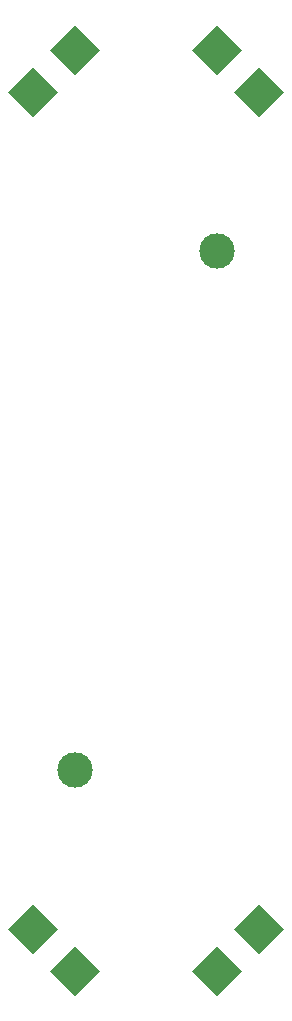
<source format=gbr>
G04 #@! TF.GenerationSoftware,KiCad,Pcbnew,(5.1.7)-1*
G04 #@! TF.CreationDate,2020-10-07T12:45:54-07:00*
G04 #@! TF.ProjectId,bigass_7_segment,62696761-7373-45f3-975f-7365676d656e,rev?*
G04 #@! TF.SameCoordinates,Original*
G04 #@! TF.FileFunction,Soldermask,Bot*
G04 #@! TF.FilePolarity,Negative*
%FSLAX46Y46*%
G04 Gerber Fmt 4.6, Leading zero omitted, Abs format (unit mm)*
G04 Created by KiCad (PCBNEW (5.1.7)-1) date 2020-10-07 12:45:54*
%MOMM*%
%LPD*%
G01*
G04 APERTURE LIST*
%ADD10C,3.000000*%
%ADD11C,0.100000*%
G04 APERTURE END LIST*
D10*
G04 #@! TO.C,H1*
X6000000Y58000000D03*
G04 #@! TD*
G04 #@! TO.C,H2*
X-6000000Y14000000D03*
G04 #@! TD*
D11*
G04 #@! TO.C,J1*
G36*
X3878680Y75000000D02*
G01*
X6000000Y77121320D01*
X8121320Y75000000D01*
X6000000Y72878680D01*
X3878680Y75000000D01*
G37*
G36*
X7470782Y71407898D02*
G01*
X9592102Y73529218D01*
X11713422Y71407898D01*
X9592102Y69286578D01*
X7470782Y71407898D01*
G37*
G04 #@! TD*
G04 #@! TO.C,J2*
G36*
X6000000Y-5121320D02*
G01*
X3878680Y-3000000D01*
X6000000Y-878680D01*
X8121320Y-3000000D01*
X6000000Y-5121320D01*
G37*
G36*
X9592102Y-1529218D02*
G01*
X7470782Y592102D01*
X9592102Y2713422D01*
X11713422Y592102D01*
X9592102Y-1529218D01*
G37*
G04 #@! TD*
G04 #@! TO.C,J3*
G36*
X-6000000Y77121320D02*
G01*
X-3878680Y75000000D01*
X-6000000Y72878680D01*
X-8121320Y75000000D01*
X-6000000Y77121320D01*
G37*
G36*
X-9592102Y73529218D02*
G01*
X-7470782Y71407898D01*
X-9592102Y69286578D01*
X-11713422Y71407898D01*
X-9592102Y73529218D01*
G37*
G04 #@! TD*
G04 #@! TO.C,J4*
G36*
X-3878680Y-3000000D02*
G01*
X-6000000Y-5121320D01*
X-8121320Y-3000000D01*
X-6000000Y-878680D01*
X-3878680Y-3000000D01*
G37*
G36*
X-7470782Y592102D02*
G01*
X-9592102Y-1529218D01*
X-11713422Y592102D01*
X-9592102Y2713422D01*
X-7470782Y592102D01*
G37*
G04 #@! TD*
M02*

</source>
